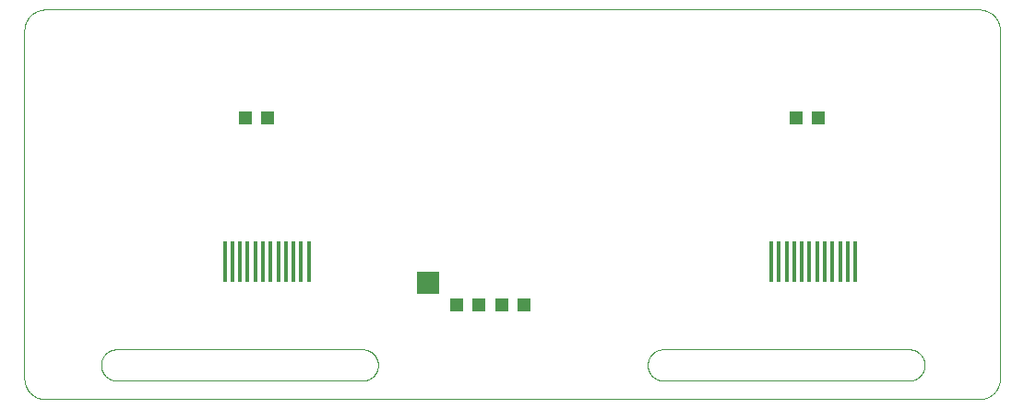
<source format=gbp>
G75*
%MOIN*%
%OFA0B0*%
%FSLAX25Y25*%
%IPPOS*%
%LPD*%
%AMOC8*
5,1,8,0,0,1.08239X$1,22.5*
%
%ADD10C,0.00000*%
%ADD11R,0.01575X0.14724*%
%ADD12R,0.08000X0.08000*%
%ADD13R,0.04724X0.05118*%
D10*
X0025300Y0008800D02*
X0362800Y0008800D01*
X0362981Y0008802D01*
X0363162Y0008809D01*
X0363343Y0008820D01*
X0363524Y0008835D01*
X0363704Y0008855D01*
X0363884Y0008879D01*
X0364063Y0008907D01*
X0364241Y0008940D01*
X0364418Y0008977D01*
X0364595Y0009018D01*
X0364770Y0009063D01*
X0364945Y0009113D01*
X0365118Y0009167D01*
X0365289Y0009225D01*
X0365460Y0009287D01*
X0365628Y0009354D01*
X0365795Y0009424D01*
X0365961Y0009498D01*
X0366124Y0009577D01*
X0366285Y0009659D01*
X0366445Y0009745D01*
X0366602Y0009835D01*
X0366757Y0009929D01*
X0366910Y0010026D01*
X0367060Y0010128D01*
X0367208Y0010232D01*
X0367354Y0010341D01*
X0367496Y0010452D01*
X0367636Y0010568D01*
X0367773Y0010686D01*
X0367908Y0010808D01*
X0368039Y0010933D01*
X0368167Y0011061D01*
X0368292Y0011192D01*
X0368414Y0011327D01*
X0368532Y0011464D01*
X0368648Y0011604D01*
X0368759Y0011746D01*
X0368868Y0011892D01*
X0368972Y0012040D01*
X0369074Y0012190D01*
X0369171Y0012343D01*
X0369265Y0012498D01*
X0369355Y0012655D01*
X0369441Y0012815D01*
X0369523Y0012976D01*
X0369602Y0013139D01*
X0369676Y0013305D01*
X0369746Y0013472D01*
X0369813Y0013640D01*
X0369875Y0013811D01*
X0369933Y0013982D01*
X0369987Y0014155D01*
X0370037Y0014330D01*
X0370082Y0014505D01*
X0370123Y0014682D01*
X0370160Y0014859D01*
X0370193Y0015037D01*
X0370221Y0015216D01*
X0370245Y0015396D01*
X0370265Y0015576D01*
X0370280Y0015757D01*
X0370291Y0015938D01*
X0370298Y0016119D01*
X0370300Y0016300D01*
X0370300Y0142300D01*
X0370298Y0142481D01*
X0370291Y0142662D01*
X0370280Y0142843D01*
X0370265Y0143024D01*
X0370245Y0143204D01*
X0370221Y0143384D01*
X0370193Y0143563D01*
X0370160Y0143741D01*
X0370123Y0143918D01*
X0370082Y0144095D01*
X0370037Y0144270D01*
X0369987Y0144445D01*
X0369933Y0144618D01*
X0369875Y0144789D01*
X0369813Y0144960D01*
X0369746Y0145128D01*
X0369676Y0145295D01*
X0369602Y0145461D01*
X0369523Y0145624D01*
X0369441Y0145785D01*
X0369355Y0145945D01*
X0369265Y0146102D01*
X0369171Y0146257D01*
X0369074Y0146410D01*
X0368972Y0146560D01*
X0368868Y0146708D01*
X0368759Y0146854D01*
X0368648Y0146996D01*
X0368532Y0147136D01*
X0368414Y0147273D01*
X0368292Y0147408D01*
X0368167Y0147539D01*
X0368039Y0147667D01*
X0367908Y0147792D01*
X0367773Y0147914D01*
X0367636Y0148032D01*
X0367496Y0148148D01*
X0367354Y0148259D01*
X0367208Y0148368D01*
X0367060Y0148472D01*
X0366910Y0148574D01*
X0366757Y0148671D01*
X0366602Y0148765D01*
X0366445Y0148855D01*
X0366285Y0148941D01*
X0366124Y0149023D01*
X0365961Y0149102D01*
X0365795Y0149176D01*
X0365628Y0149246D01*
X0365460Y0149313D01*
X0365289Y0149375D01*
X0365118Y0149433D01*
X0364945Y0149487D01*
X0364770Y0149537D01*
X0364595Y0149582D01*
X0364418Y0149623D01*
X0364241Y0149660D01*
X0364063Y0149693D01*
X0363884Y0149721D01*
X0363704Y0149745D01*
X0363524Y0149765D01*
X0363343Y0149780D01*
X0363162Y0149791D01*
X0362981Y0149798D01*
X0362800Y0149800D01*
X0025300Y0149800D01*
X0025119Y0149798D01*
X0024938Y0149791D01*
X0024757Y0149780D01*
X0024576Y0149765D01*
X0024396Y0149745D01*
X0024216Y0149721D01*
X0024037Y0149693D01*
X0023859Y0149660D01*
X0023682Y0149623D01*
X0023505Y0149582D01*
X0023330Y0149537D01*
X0023155Y0149487D01*
X0022982Y0149433D01*
X0022811Y0149375D01*
X0022640Y0149313D01*
X0022472Y0149246D01*
X0022305Y0149176D01*
X0022139Y0149102D01*
X0021976Y0149023D01*
X0021815Y0148941D01*
X0021655Y0148855D01*
X0021498Y0148765D01*
X0021343Y0148671D01*
X0021190Y0148574D01*
X0021040Y0148472D01*
X0020892Y0148368D01*
X0020746Y0148259D01*
X0020604Y0148148D01*
X0020464Y0148032D01*
X0020327Y0147914D01*
X0020192Y0147792D01*
X0020061Y0147667D01*
X0019933Y0147539D01*
X0019808Y0147408D01*
X0019686Y0147273D01*
X0019568Y0147136D01*
X0019452Y0146996D01*
X0019341Y0146854D01*
X0019232Y0146708D01*
X0019128Y0146560D01*
X0019026Y0146410D01*
X0018929Y0146257D01*
X0018835Y0146102D01*
X0018745Y0145945D01*
X0018659Y0145785D01*
X0018577Y0145624D01*
X0018498Y0145461D01*
X0018424Y0145295D01*
X0018354Y0145128D01*
X0018287Y0144960D01*
X0018225Y0144789D01*
X0018167Y0144618D01*
X0018113Y0144445D01*
X0018063Y0144270D01*
X0018018Y0144095D01*
X0017977Y0143918D01*
X0017940Y0143741D01*
X0017907Y0143563D01*
X0017879Y0143384D01*
X0017855Y0143204D01*
X0017835Y0143024D01*
X0017820Y0142843D01*
X0017809Y0142662D01*
X0017802Y0142481D01*
X0017800Y0142300D01*
X0017800Y0016300D01*
X0017802Y0016119D01*
X0017809Y0015938D01*
X0017820Y0015757D01*
X0017835Y0015576D01*
X0017855Y0015396D01*
X0017879Y0015216D01*
X0017907Y0015037D01*
X0017940Y0014859D01*
X0017977Y0014682D01*
X0018018Y0014505D01*
X0018063Y0014330D01*
X0018113Y0014155D01*
X0018167Y0013982D01*
X0018225Y0013811D01*
X0018287Y0013640D01*
X0018354Y0013472D01*
X0018424Y0013305D01*
X0018498Y0013139D01*
X0018577Y0012976D01*
X0018659Y0012815D01*
X0018745Y0012655D01*
X0018835Y0012498D01*
X0018929Y0012343D01*
X0019026Y0012190D01*
X0019128Y0012040D01*
X0019232Y0011892D01*
X0019341Y0011746D01*
X0019452Y0011604D01*
X0019568Y0011464D01*
X0019686Y0011327D01*
X0019808Y0011192D01*
X0019933Y0011061D01*
X0020061Y0010933D01*
X0020192Y0010808D01*
X0020327Y0010686D01*
X0020464Y0010568D01*
X0020604Y0010452D01*
X0020746Y0010341D01*
X0020892Y0010232D01*
X0021040Y0010128D01*
X0021190Y0010026D01*
X0021343Y0009929D01*
X0021498Y0009835D01*
X0021655Y0009745D01*
X0021815Y0009659D01*
X0021976Y0009577D01*
X0022139Y0009498D01*
X0022305Y0009424D01*
X0022472Y0009354D01*
X0022640Y0009287D01*
X0022811Y0009225D01*
X0022982Y0009167D01*
X0023155Y0009113D01*
X0023330Y0009063D01*
X0023505Y0009018D01*
X0023682Y0008977D01*
X0023859Y0008940D01*
X0024037Y0008907D01*
X0024216Y0008879D01*
X0024396Y0008855D01*
X0024576Y0008835D01*
X0024757Y0008820D01*
X0024938Y0008809D01*
X0025119Y0008802D01*
X0025300Y0008800D01*
X0050550Y0015550D02*
X0140550Y0015550D01*
X0140698Y0015568D01*
X0140845Y0015590D01*
X0140992Y0015616D01*
X0141137Y0015646D01*
X0141282Y0015680D01*
X0141427Y0015718D01*
X0141570Y0015759D01*
X0141712Y0015804D01*
X0141852Y0015853D01*
X0141991Y0015906D01*
X0142129Y0015962D01*
X0142266Y0016022D01*
X0142401Y0016085D01*
X0142534Y0016152D01*
X0142665Y0016222D01*
X0142794Y0016296D01*
X0142921Y0016373D01*
X0143047Y0016454D01*
X0143170Y0016537D01*
X0143291Y0016624D01*
X0143409Y0016715D01*
X0143525Y0016808D01*
X0143639Y0016904D01*
X0143750Y0017003D01*
X0143859Y0017105D01*
X0143964Y0017210D01*
X0144067Y0017318D01*
X0144167Y0017428D01*
X0144264Y0017541D01*
X0144358Y0017656D01*
X0144449Y0017774D01*
X0144537Y0017894D01*
X0144622Y0018017D01*
X0144703Y0018141D01*
X0144782Y0018268D01*
X0144856Y0018397D01*
X0144928Y0018528D01*
X0144996Y0018660D01*
X0145060Y0018794D01*
X0145121Y0018930D01*
X0145178Y0019068D01*
X0145232Y0019207D01*
X0145282Y0019347D01*
X0145328Y0019489D01*
X0145370Y0019631D01*
X0145409Y0019775D01*
X0145444Y0019920D01*
X0145475Y0020065D01*
X0145502Y0020212D01*
X0145526Y0020359D01*
X0145545Y0020506D01*
X0145561Y0020655D01*
X0145573Y0020803D01*
X0145581Y0020952D01*
X0145585Y0021101D01*
X0145585Y0021249D01*
X0145581Y0021398D01*
X0145573Y0021547D01*
X0145561Y0021695D01*
X0145545Y0021844D01*
X0145526Y0021991D01*
X0145502Y0022138D01*
X0145475Y0022285D01*
X0145444Y0022430D01*
X0145409Y0022575D01*
X0145370Y0022719D01*
X0145328Y0022861D01*
X0145282Y0023003D01*
X0145232Y0023143D01*
X0145178Y0023282D01*
X0145121Y0023420D01*
X0145060Y0023556D01*
X0144996Y0023690D01*
X0144928Y0023822D01*
X0144856Y0023953D01*
X0144782Y0024082D01*
X0144703Y0024209D01*
X0144622Y0024333D01*
X0144537Y0024456D01*
X0144449Y0024576D01*
X0144358Y0024694D01*
X0144264Y0024809D01*
X0144167Y0024922D01*
X0144067Y0025032D01*
X0143964Y0025140D01*
X0143859Y0025245D01*
X0143750Y0025347D01*
X0143639Y0025446D01*
X0143525Y0025542D01*
X0143409Y0025635D01*
X0143291Y0025726D01*
X0143170Y0025813D01*
X0143047Y0025896D01*
X0142921Y0025977D01*
X0142794Y0026054D01*
X0142665Y0026128D01*
X0142534Y0026198D01*
X0142401Y0026265D01*
X0142266Y0026328D01*
X0142129Y0026388D01*
X0141991Y0026444D01*
X0141852Y0026497D01*
X0141712Y0026546D01*
X0141570Y0026591D01*
X0141427Y0026632D01*
X0141282Y0026670D01*
X0141137Y0026704D01*
X0140992Y0026734D01*
X0140845Y0026760D01*
X0140698Y0026782D01*
X0140550Y0026800D01*
X0050550Y0026800D01*
X0050402Y0026782D01*
X0050255Y0026760D01*
X0050108Y0026734D01*
X0049963Y0026704D01*
X0049818Y0026670D01*
X0049673Y0026632D01*
X0049530Y0026591D01*
X0049388Y0026546D01*
X0049248Y0026497D01*
X0049109Y0026444D01*
X0048971Y0026388D01*
X0048834Y0026328D01*
X0048699Y0026265D01*
X0048566Y0026198D01*
X0048435Y0026128D01*
X0048306Y0026054D01*
X0048179Y0025977D01*
X0048053Y0025896D01*
X0047930Y0025813D01*
X0047809Y0025726D01*
X0047691Y0025635D01*
X0047575Y0025542D01*
X0047461Y0025446D01*
X0047350Y0025347D01*
X0047241Y0025245D01*
X0047136Y0025140D01*
X0047033Y0025032D01*
X0046933Y0024922D01*
X0046836Y0024809D01*
X0046742Y0024694D01*
X0046651Y0024576D01*
X0046563Y0024456D01*
X0046478Y0024333D01*
X0046397Y0024209D01*
X0046318Y0024082D01*
X0046244Y0023953D01*
X0046172Y0023822D01*
X0046104Y0023690D01*
X0046040Y0023556D01*
X0045979Y0023420D01*
X0045922Y0023282D01*
X0045868Y0023143D01*
X0045818Y0023003D01*
X0045772Y0022861D01*
X0045730Y0022719D01*
X0045691Y0022575D01*
X0045656Y0022430D01*
X0045625Y0022285D01*
X0045598Y0022138D01*
X0045574Y0021991D01*
X0045555Y0021844D01*
X0045539Y0021695D01*
X0045527Y0021547D01*
X0045519Y0021398D01*
X0045515Y0021249D01*
X0045515Y0021101D01*
X0045519Y0020952D01*
X0045527Y0020803D01*
X0045539Y0020655D01*
X0045555Y0020506D01*
X0045574Y0020359D01*
X0045598Y0020212D01*
X0045625Y0020065D01*
X0045656Y0019920D01*
X0045691Y0019775D01*
X0045730Y0019631D01*
X0045772Y0019489D01*
X0045818Y0019347D01*
X0045868Y0019207D01*
X0045922Y0019068D01*
X0045979Y0018930D01*
X0046040Y0018794D01*
X0046104Y0018660D01*
X0046172Y0018528D01*
X0046244Y0018397D01*
X0046318Y0018268D01*
X0046397Y0018141D01*
X0046478Y0018017D01*
X0046563Y0017894D01*
X0046651Y0017774D01*
X0046742Y0017656D01*
X0046836Y0017541D01*
X0046933Y0017428D01*
X0047033Y0017318D01*
X0047136Y0017210D01*
X0047241Y0017105D01*
X0047350Y0017003D01*
X0047461Y0016904D01*
X0047575Y0016808D01*
X0047691Y0016715D01*
X0047809Y0016624D01*
X0047930Y0016537D01*
X0048053Y0016454D01*
X0048179Y0016373D01*
X0048306Y0016296D01*
X0048435Y0016222D01*
X0048566Y0016152D01*
X0048699Y0016085D01*
X0048834Y0016022D01*
X0048971Y0015962D01*
X0049109Y0015906D01*
X0049248Y0015853D01*
X0049388Y0015804D01*
X0049530Y0015759D01*
X0049673Y0015718D01*
X0049818Y0015680D01*
X0049963Y0015646D01*
X0050108Y0015616D01*
X0050255Y0015590D01*
X0050402Y0015568D01*
X0050550Y0015550D01*
X0248050Y0015550D02*
X0338050Y0015550D01*
X0338198Y0015568D01*
X0338345Y0015590D01*
X0338492Y0015616D01*
X0338637Y0015646D01*
X0338782Y0015680D01*
X0338927Y0015718D01*
X0339070Y0015759D01*
X0339212Y0015804D01*
X0339352Y0015853D01*
X0339491Y0015906D01*
X0339629Y0015962D01*
X0339766Y0016022D01*
X0339901Y0016085D01*
X0340034Y0016152D01*
X0340165Y0016222D01*
X0340294Y0016296D01*
X0340421Y0016373D01*
X0340547Y0016454D01*
X0340670Y0016537D01*
X0340791Y0016624D01*
X0340909Y0016715D01*
X0341025Y0016808D01*
X0341139Y0016904D01*
X0341250Y0017003D01*
X0341359Y0017105D01*
X0341464Y0017210D01*
X0341567Y0017318D01*
X0341667Y0017428D01*
X0341764Y0017541D01*
X0341858Y0017656D01*
X0341949Y0017774D01*
X0342037Y0017894D01*
X0342122Y0018017D01*
X0342203Y0018141D01*
X0342282Y0018268D01*
X0342356Y0018397D01*
X0342428Y0018528D01*
X0342496Y0018660D01*
X0342560Y0018794D01*
X0342621Y0018930D01*
X0342678Y0019068D01*
X0342732Y0019207D01*
X0342782Y0019347D01*
X0342828Y0019489D01*
X0342870Y0019631D01*
X0342909Y0019775D01*
X0342944Y0019920D01*
X0342975Y0020065D01*
X0343002Y0020212D01*
X0343026Y0020359D01*
X0343045Y0020506D01*
X0343061Y0020655D01*
X0343073Y0020803D01*
X0343081Y0020952D01*
X0343085Y0021101D01*
X0343085Y0021249D01*
X0343081Y0021398D01*
X0343073Y0021547D01*
X0343061Y0021695D01*
X0343045Y0021844D01*
X0343026Y0021991D01*
X0343002Y0022138D01*
X0342975Y0022285D01*
X0342944Y0022430D01*
X0342909Y0022575D01*
X0342870Y0022719D01*
X0342828Y0022861D01*
X0342782Y0023003D01*
X0342732Y0023143D01*
X0342678Y0023282D01*
X0342621Y0023420D01*
X0342560Y0023556D01*
X0342496Y0023690D01*
X0342428Y0023822D01*
X0342356Y0023953D01*
X0342282Y0024082D01*
X0342203Y0024209D01*
X0342122Y0024333D01*
X0342037Y0024456D01*
X0341949Y0024576D01*
X0341858Y0024694D01*
X0341764Y0024809D01*
X0341667Y0024922D01*
X0341567Y0025032D01*
X0341464Y0025140D01*
X0341359Y0025245D01*
X0341250Y0025347D01*
X0341139Y0025446D01*
X0341025Y0025542D01*
X0340909Y0025635D01*
X0340791Y0025726D01*
X0340670Y0025813D01*
X0340547Y0025896D01*
X0340421Y0025977D01*
X0340294Y0026054D01*
X0340165Y0026128D01*
X0340034Y0026198D01*
X0339901Y0026265D01*
X0339766Y0026328D01*
X0339629Y0026388D01*
X0339491Y0026444D01*
X0339352Y0026497D01*
X0339212Y0026546D01*
X0339070Y0026591D01*
X0338927Y0026632D01*
X0338782Y0026670D01*
X0338637Y0026704D01*
X0338492Y0026734D01*
X0338345Y0026760D01*
X0338198Y0026782D01*
X0338050Y0026800D01*
X0248050Y0026800D01*
X0247902Y0026782D01*
X0247755Y0026760D01*
X0247608Y0026734D01*
X0247463Y0026704D01*
X0247318Y0026670D01*
X0247173Y0026632D01*
X0247030Y0026591D01*
X0246888Y0026546D01*
X0246748Y0026497D01*
X0246609Y0026444D01*
X0246471Y0026388D01*
X0246334Y0026328D01*
X0246199Y0026265D01*
X0246066Y0026198D01*
X0245935Y0026128D01*
X0245806Y0026054D01*
X0245679Y0025977D01*
X0245553Y0025896D01*
X0245430Y0025813D01*
X0245309Y0025726D01*
X0245191Y0025635D01*
X0245075Y0025542D01*
X0244961Y0025446D01*
X0244850Y0025347D01*
X0244741Y0025245D01*
X0244636Y0025140D01*
X0244533Y0025032D01*
X0244433Y0024922D01*
X0244336Y0024809D01*
X0244242Y0024694D01*
X0244151Y0024576D01*
X0244063Y0024456D01*
X0243978Y0024333D01*
X0243897Y0024209D01*
X0243818Y0024082D01*
X0243744Y0023953D01*
X0243672Y0023822D01*
X0243604Y0023690D01*
X0243540Y0023556D01*
X0243479Y0023420D01*
X0243422Y0023282D01*
X0243368Y0023143D01*
X0243318Y0023003D01*
X0243272Y0022861D01*
X0243230Y0022719D01*
X0243191Y0022575D01*
X0243156Y0022430D01*
X0243125Y0022285D01*
X0243098Y0022138D01*
X0243074Y0021991D01*
X0243055Y0021844D01*
X0243039Y0021695D01*
X0243027Y0021547D01*
X0243019Y0021398D01*
X0243015Y0021249D01*
X0243015Y0021101D01*
X0243019Y0020952D01*
X0243027Y0020803D01*
X0243039Y0020655D01*
X0243055Y0020506D01*
X0243074Y0020359D01*
X0243098Y0020212D01*
X0243125Y0020065D01*
X0243156Y0019920D01*
X0243191Y0019775D01*
X0243230Y0019631D01*
X0243272Y0019489D01*
X0243318Y0019347D01*
X0243368Y0019207D01*
X0243422Y0019068D01*
X0243479Y0018930D01*
X0243540Y0018794D01*
X0243604Y0018660D01*
X0243672Y0018528D01*
X0243744Y0018397D01*
X0243818Y0018268D01*
X0243897Y0018141D01*
X0243978Y0018017D01*
X0244063Y0017894D01*
X0244151Y0017774D01*
X0244242Y0017656D01*
X0244336Y0017541D01*
X0244433Y0017428D01*
X0244533Y0017318D01*
X0244636Y0017210D01*
X0244741Y0017105D01*
X0244850Y0017003D01*
X0244961Y0016904D01*
X0245075Y0016808D01*
X0245191Y0016715D01*
X0245309Y0016624D01*
X0245430Y0016537D01*
X0245553Y0016454D01*
X0245679Y0016373D01*
X0245806Y0016296D01*
X0245935Y0016222D01*
X0246066Y0016152D01*
X0246199Y0016085D01*
X0246334Y0016022D01*
X0246471Y0015962D01*
X0246609Y0015906D01*
X0246748Y0015853D01*
X0246888Y0015804D01*
X0247030Y0015759D01*
X0247173Y0015718D01*
X0247318Y0015680D01*
X0247463Y0015646D01*
X0247608Y0015616D01*
X0247755Y0015590D01*
X0247902Y0015568D01*
X0248050Y0015550D01*
D11*
X0287700Y0058514D03*
X0290456Y0058514D03*
X0293211Y0058514D03*
X0295967Y0058514D03*
X0298723Y0058514D03*
X0301479Y0058514D03*
X0304235Y0058514D03*
X0306991Y0058514D03*
X0309747Y0058514D03*
X0312503Y0058514D03*
X0315259Y0058514D03*
X0318015Y0058514D03*
X0120515Y0058514D03*
X0117759Y0058514D03*
X0115003Y0058514D03*
X0112247Y0058514D03*
X0109491Y0058514D03*
X0106735Y0058514D03*
X0103979Y0058514D03*
X0101223Y0058514D03*
X0098467Y0058514D03*
X0095711Y0058514D03*
X0092956Y0058514D03*
X0090200Y0058514D03*
D12*
X0163550Y0050800D03*
D13*
X0174050Y0043050D03*
X0182050Y0043050D03*
X0190300Y0043050D03*
X0198300Y0043050D03*
X0105800Y0110550D03*
X0097800Y0110550D03*
X0296550Y0110550D03*
X0304550Y0110550D03*
M02*

</source>
